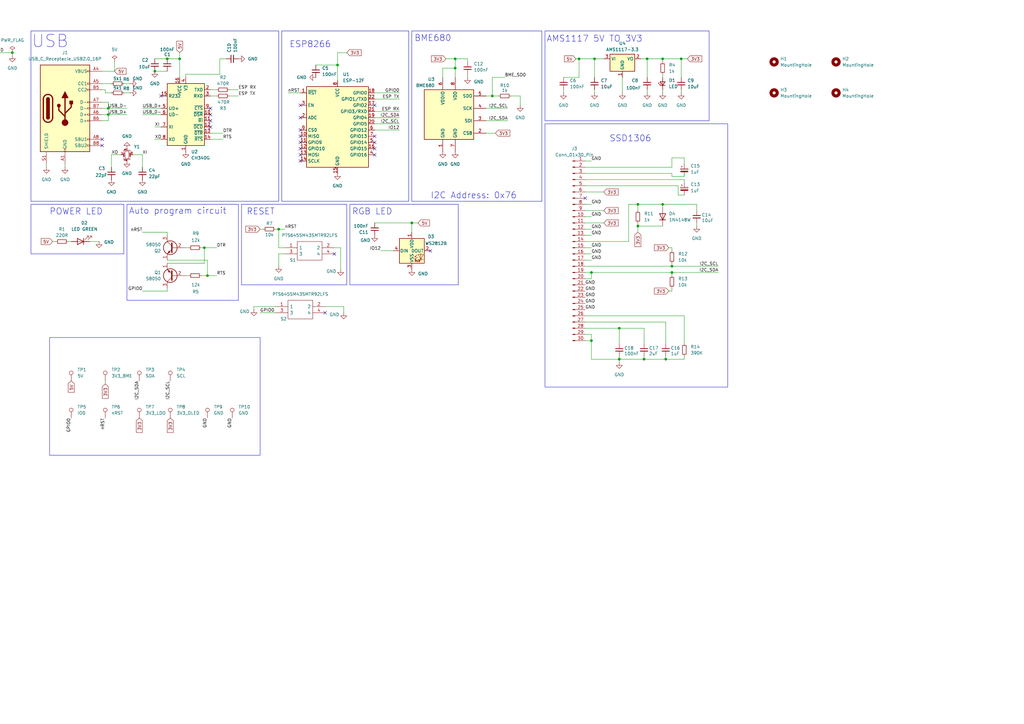
<source format=kicad_sch>
(kicad_sch (version 20231120) (generator "eeschema") (generator_version "8.0")
  (paper "A3")
  (junction (at 201.93 39.37))
  (junction (at 168.91 91.44))
  (junction (at 273.05 147.32))
  (junction (at 254 134.62))
  (junction (at 44.45 46.99))
  (junction (at 63.5 29.21))
  (junction (at 68.58 24.13))
  (junction (at 261.62 92.71))
  (junction (at 242.57 139.7))
  (junction (at 85.09 113.03))
  (junction (at 279.4 24.13))
  (junction (at 275.59 111.76))
  (junction (at 186.69 27.94))
  (junction (at 242.57 111.76))
  (junction (at 243.84 24.13))
  (junction (at 73.66 24.13))
  (junction (at 275.59 109.22))
  (junction (at 114.3 93.98))
  (junction (at 271.78 24.13))
  (junction (at 264.16 147.32))
  (junction (at 186.69 24.13))
  (junction (at 138.43 26.67))
  (junction (at 271.78 83.82))
  (junction (at 254 147.32))
  (junction (at 83.82 101.6))
  (junction (at 5.08 21.59))
  (junction (at 265.43 24.13))
  (junction (at 237.49 24.13))
  (junction (at 44.45 44.45))
  (junction (at 261.62 83.82))
  (no_connect (at 86.36 49.53))
  (no_connect (at 137.16 104.14))
  (no_connect (at 123.19 53.34))
  (no_connect (at 123.19 48.26))
  (no_connect (at 133.35 128.27))
  (no_connect (at 240.03 81.28))
  (no_connect (at 41.91 57.15))
  (no_connect (at 66.04 39.37))
  (no_connect (at 123.19 55.88))
  (no_connect (at 123.19 60.96))
  (no_connect (at 153.67 60.96))
  (no_connect (at 86.36 44.45))
  (no_connect (at 153.67 43.18))
  (no_connect (at 86.36 46.99))
  (no_connect (at 153.67 58.42))
  (no_connect (at 86.36 52.07))
  (no_connect (at 123.19 66.04))
  (no_connect (at 153.67 55.88))
  (no_connect (at 123.19 63.5))
  (no_connect (at 41.91 59.69))
  (no_connect (at 123.19 43.18))
  (no_connect (at 176.53 102.87))
  (no_connect (at 123.19 58.42))
  (no_connect (at 153.67 63.5))
  (wire (pts (xy 280.67 129.54) (xy 280.67 140.97)))
  (wire (pts (xy 265.43 24.13) (xy 271.78 24.13)))
  (wire (pts (xy 68.58 95.25) (xy 68.58 96.52)))
  (wire (pts (xy 156.21 102.87) (xy 161.29 102.87)))
  (wire (pts (xy 257.81 99.06) (xy 257.81 83.82)))
  (wire (pts (xy 58.42 68.58) (xy 58.42 63.5)))
  (wire (pts (xy 201.93 39.37) (xy 204.47 39.37)))
  (wire (pts (xy 275.59 111.76) (xy 294.64 111.76)))
  (wire (pts (xy 209.55 39.37) (xy 213.36 39.37)))
  (wire (pts (xy 73.66 21.59) (xy 73.66 24.13)))
  (wire (pts (xy 86.36 54.61) (xy 91.44 54.61)))
  (wire (pts (xy 237.49 24.13) (xy 243.84 24.13)))
  (wire (pts (xy 86.36 39.37) (xy 88.9 39.37)))
  (wire (pts (xy 153.67 91.44) (xy 168.91 91.44)))
  (wire (pts (xy 93.98 39.37) (xy 97.79 39.37)))
  (wire (pts (xy 153.67 45.72) (xy 163.83 45.72)))
  (wire (pts (xy 275.59 71.12) (xy 240.03 71.12)))
  (wire (pts (xy 68.58 24.13) (xy 73.66 24.13)))
  (wire (pts (xy 243.84 38.1) (xy 243.84 36.83)))
  (wire (pts (xy 262.89 24.13) (xy 265.43 24.13)))
  (wire (pts (xy 242.57 114.3) (xy 242.57 111.76)))
  (wire (pts (xy 113.03 93.98) (xy 114.3 93.98)))
  (wire (pts (xy 114.3 93.98) (xy 114.3 101.6)))
  (wire (pts (xy 199.39 54.61) (xy 203.2 54.61)))
  (wire (pts (xy 104.14 127) (xy 104.14 125.73)))
  (wire (pts (xy 236.22 24.13) (xy 237.49 24.13)))
  (wire (pts (xy 41.91 29.21) (xy 46.99 29.21)))
  (wire (pts (xy 240.03 111.76) (xy 242.57 111.76)))
  (wire (pts (xy 271.78 30.48) (xy 271.78 31.75)))
  (wire (pts (xy 27.94 99.06) (xy 29.21 99.06)))
  (wire (pts (xy 153.67 38.1) (xy 163.83 38.1)))
  (wire (pts (xy 68.58 118.11) (xy 68.58 119.38)))
  (wire (pts (xy 254 148.59) (xy 254 147.32)))
  (wire (pts (xy 43.18 38.1) (xy 45.72 38.1)))
  (wire (pts (xy 114.3 101.6) (xy 116.84 101.6)))
  (wire (pts (xy 240.03 132.08) (xy 273.05 132.08)))
  (wire (pts (xy 242.57 111.76) (xy 275.59 111.76)))
  (wire (pts (xy 285.75 86.36) (xy 285.75 83.82)))
  (wire (pts (xy 44.45 44.45) (xy 41.91 44.45)))
  (wire (pts (xy 265.43 36.83) (xy 265.43 38.1)))
  (wire (pts (xy 240.03 137.16) (xy 242.57 137.16)))
  (wire (pts (xy 63.5 24.13) (xy 68.58 24.13)))
  (wire (pts (xy 90.17 24.13) (xy 92.71 24.13)))
  (wire (pts (xy 21.59 99.06) (xy 22.86 99.06)))
  (wire (pts (xy 265.43 24.13) (xy 265.43 31.75)))
  (wire (pts (xy 140.97 125.73) (xy 133.35 125.73)))
  (wire (pts (xy 275.59 71.12) (xy 275.59 72.39)))
  (wire (pts (xy 186.69 24.13) (xy 186.69 27.94)))
  (wire (pts (xy 58.42 46.99) (xy 66.04 46.99)))
  (wire (pts (xy 46.99 25.4) (xy 46.99 29.21)))
  (wire (pts (xy 153.67 53.34) (xy 163.83 53.34)))
  (wire (pts (xy 261.62 91.44) (xy 261.62 92.71)))
  (wire (pts (xy 182.88 24.13) (xy 186.69 24.13)))
  (wire (pts (xy 139.7 110.49) (xy 139.7 101.6)))
  (wire (pts (xy 240.03 101.6) (xy 242.57 101.6)))
  (wire (pts (xy 213.36 43.18) (xy 213.36 39.37)))
  (wire (pts (xy 240.03 86.36) (xy 247.65 86.36)))
  (wire (pts (xy 240.03 129.54) (xy 280.67 129.54)))
  (wire (pts (xy 76.2 30.48) (xy 76.2 31.75)))
  (wire (pts (xy 261.62 92.71) (xy 271.78 92.71)))
  (wire (pts (xy 199.39 39.37) (xy 201.93 39.37)))
  (wire (pts (xy 82.55 101.6) (xy 83.82 101.6)))
  (wire (pts (xy 44.45 41.91) (xy 41.91 41.91)))
  (wire (pts (xy 280.67 64.77) (xy 280.67 67.31)))
  (wire (pts (xy 208.28 49.53) (xy 199.39 49.53)))
  (wire (pts (xy 63.5 57.15) (xy 66.04 57.15)))
  (wire (pts (xy 240.03 104.14) (xy 242.57 104.14)))
  (wire (pts (xy 264.16 134.62) (xy 264.16 140.97)))
  (wire (pts (xy 240.03 93.98) (xy 242.57 93.98)))
  (wire (pts (xy 181.61 31.75) (xy 181.61 27.94)))
  (wire (pts (xy 63.5 29.21) (xy 68.58 29.21)))
  (wire (pts (xy 142.24 21.59) (xy 138.43 21.59)))
  (wire (pts (xy 45.72 63.5) (xy 49.53 63.5)))
  (wire (pts (xy 279.4 24.13) (xy 281.94 24.13)))
  (wire (pts (xy 138.43 26.67) (xy 138.43 33.02)))
  (wire (pts (xy 63.5 52.07) (xy 66.04 52.07)))
  (wire (pts (xy 73.66 24.13) (xy 73.66 31.75)))
  (wire (pts (xy 271.78 24.13) (xy 271.78 25.4)))
  (wire (pts (xy 264.16 146.05) (xy 264.16 147.32)))
  (wire (pts (xy -2.54 21.59) (xy 5.08 21.59)))
  (wire (pts (xy 58.42 119.38) (xy 68.58 119.38)))
  (wire (pts (xy 240.03 68.58) (xy 275.59 68.58)))
  (wire (pts (xy 139.7 101.6) (xy 137.16 101.6)))
  (wire (pts (xy 254 147.32) (xy 254 146.05)))
  (wire (pts (xy 254 147.32) (xy 264.16 147.32)))
  (wire (pts (xy 44.45 49.53) (xy 41.91 49.53)))
  (wire (pts (xy 243.84 24.13) (xy 243.84 31.75)))
  (wire (pts (xy 44.45 46.99) (xy 41.91 46.99)))
  (wire (pts (xy 231.14 38.1) (xy 231.14 36.83)))
  (wire (pts (xy 114.3 93.98) (xy 116.84 93.98)))
  (wire (pts (xy 114.3 104.14) (xy 116.84 104.14)))
  (wire (pts (xy 83.82 101.6) (xy 83.82 107.95)))
  (wire (pts (xy 261.62 83.82) (xy 271.78 83.82)))
  (wire (pts (xy 275.59 101.6) (xy 275.59 102.87)))
  (wire (pts (xy 43.18 36.83) (xy 41.91 36.83)))
  (wire (pts (xy 247.65 78.74) (xy 240.03 78.74)))
  (wire (pts (xy 271.78 36.83) (xy 271.78 38.1)))
  (wire (pts (xy 44.45 44.45) (xy 52.07 44.45)))
  (wire (pts (xy 280.67 80.01) (xy 278.13 80.01)))
  (wire (pts (xy 278.13 76.2) (xy 240.03 76.2)))
  (wire (pts (xy 86.36 57.15) (xy 91.44 57.15)))
  (wire (pts (xy 208.28 44.45) (xy 199.39 44.45)))
  (wire (pts (xy 261.62 92.71) (xy 261.62 95.25)))
  (wire (pts (xy 275.59 107.95) (xy 275.59 109.22)))
  (wire (pts (xy 186.69 27.94) (xy 186.69 31.75)))
  (wire (pts (xy 129.54 26.67) (xy 138.43 26.67)))
  (wire (pts (xy 254 134.62) (xy 264.16 134.62)))
  (wire (pts (xy 68.58 106.68) (xy 85.09 106.68)))
  (wire (pts (xy 41.91 34.29) (xy 45.72 34.29)))
  (wire (pts (xy 140.97 128.27) (xy 140.97 125.73)))
  (wire (pts (xy 274.32 101.6) (xy 275.59 101.6)))
  (wire (pts (xy 242.57 139.7) (xy 242.57 147.32)))
  (wire (pts (xy 271.78 24.13) (xy 279.4 24.13)))
  (wire (pts (xy 106.68 128.27) (xy 113.03 128.27)))
  (wire (pts (xy 275.59 113.03) (xy 275.59 111.76)))
  (wire (pts (xy 285.75 92.71) (xy 285.75 91.44)))
  (wire (pts (xy 44.45 46.99) (xy 44.45 49.53)))
  (wire (pts (xy 107.95 93.98) (xy 106.68 93.98)))
  (wire (pts (xy 68.58 107.95) (xy 83.82 107.95)))
  (wire (pts (xy 76.2 30.48) (xy 90.17 30.48)))
  (wire (pts (xy 50.8 34.29) (xy 53.34 34.29)))
  (wire (pts (xy 275.59 119.38) (xy 275.59 118.11)))
  (wire (pts (xy 273.05 146.05) (xy 273.05 147.32)))
  (wire (pts (xy 231.14 31.75) (xy 237.49 31.75)))
  (wire (pts (xy 43.18 157.48) (xy 43.18 156.21)))
  (wire (pts (xy 240.03 109.22) (xy 275.59 109.22)))
  (wire (pts (xy 237.49 31.75) (xy 237.49 24.13)))
  (wire (pts (xy 285.75 83.82) (xy 271.78 83.82)))
  (wire (pts (xy 168.91 91.44) (xy 171.45 91.44)))
  (wire (pts (xy 273.05 147.32) (xy 264.16 147.32)))
  (wire (pts (xy 36.83 99.06) (xy 40.64 99.06)))
  (wire (pts (xy 114.3 104.14) (xy 114.3 109.22)))
  (wire (pts (xy 240.03 96.52) (xy 242.57 96.52)))
  (wire (pts (xy 240.03 73.66) (xy 280.67 73.66)))
  (wire (pts (xy 85.09 106.68) (xy 85.09 113.03)))
  (wire (pts (xy 273.05 132.08) (xy 273.05 140.97)))
  (wire (pts (xy 43.18 38.1) (xy 43.18 36.83)))
  (wire (pts (xy 58.42 44.45) (xy 66.04 44.45)))
  (wire (pts (xy 44.45 46.99) (xy 52.07 46.99)))
  (wire (pts (xy 26.67 67.31) (xy 26.67 68.58)))
  (wire (pts (xy 240.03 114.3) (xy 242.57 114.3)))
  (wire (pts (xy 207.01 31.75) (xy 201.93 31.75)))
  (wire (pts (xy 255.27 38.1) (xy 255.27 31.75)))
  (wire (pts (xy 191.77 24.13) (xy 186.69 24.13)))
  (wire (pts (xy 153.67 50.8) (xy 163.83 50.8)))
  (wire (pts (xy 240.03 91.44) (xy 247.65 91.44)))
  (wire (pts (xy 257.81 83.82) (xy 261.62 83.82)))
  (wire (pts (xy 83.82 101.6) (xy 88.9 101.6)))
  (wire (pts (xy 280.67 73.66) (xy 280.67 74.93)))
  (wire (pts (xy 54.61 63.5) (xy 58.42 63.5)))
  (wire (pts (xy 240.03 88.9) (xy 242.57 88.9)))
  (wire (pts (xy 280.67 146.05) (xy 280.67 147.32)))
  (wire (pts (xy 275.59 68.58) (xy 275.59 64.77)))
  (wire (pts (xy 240.03 134.62) (xy 254 134.62)))
  (wire (pts (xy 201.93 31.75) (xy 201.93 39.37)))
  (wire (pts (xy 191.77 31.75) (xy 191.77 30.48)))
  (wire (pts (xy 191.77 24.13) (xy 191.77 25.4)))
  (wire (pts (xy 58.42 95.25) (xy 68.58 95.25)))
  (wire (pts (xy 76.2 113.03) (xy 77.47 113.03)))
  (wire (pts (xy 153.67 48.26) (xy 163.83 48.26)))
  (wire (pts (xy 280.67 147.32) (xy 273.05 147.32)))
  (wire (pts (xy 93.98 36.83) (xy 97.79 36.83)))
  (wire (pts (xy 85.09 113.03) (xy 88.9 113.03)))
  (wire (pts (xy 168.91 91.44) (xy 168.91 95.25)))
  (wire (pts (xy 261.62 83.82) (xy 261.62 86.36)))
  (wire (pts (xy 275.59 109.22) (xy 294.64 109.22)))
  (wire (pts (xy 271.78 85.09) (xy 271.78 83.82)))
  (wire (pts (xy 254 134.62) (xy 254 140.97)))
  (wire (pts (xy 242.57 137.16) (xy 242.57 139.7)))
  (wire (pts (xy 76.2 101.6) (xy 77.47 101.6)))
  (wire (pts (xy 19.05 67.31) (xy 19.05 68.58)))
  (wire (pts (xy 104.14 125.73) (xy 113.03 125.73)))
  (wire (pts (xy 240.03 139.7) (xy 242.57 139.7)))
  (wire (pts (xy 243.84 24.13) (xy 247.65 24.13)))
  (wire (pts (xy 82.55 113.03) (xy 85.09 113.03)))
  (wire (pts (xy 240.03 66.04) (xy 242.57 66.04)))
  (wire (pts (xy 5.08 22.86) (xy 5.08 21.59)))
  (wire (pts (xy 50.8 38.1) (xy 53.34 38.1)))
  (wire (pts (xy 278.13 80.01) (xy 278.13 76.2)))
  (wire (pts (xy 45.72 68.58) (xy 45.72 63.5)))
  (wire (pts (xy 153.67 40.64) (xy 163.83 40.64)))
  (wire (pts (xy 138.43 21.59) (xy 138.43 26.67)))
  (wire (pts (xy 90.17 30.48) (xy 90.17 24.13)))
  (wire (pts (xy 240.03 106.68) (xy 242.57 106.68)))
  (wire (pts (xy 181.61 27.94) (xy 186.69 27.94)))
  (wire (pts (xy 242.57 147.32) (xy 254 147.32)))
  (wire (pts (xy 44.45 41.91) (xy 44.45 44.45)))
  (wire (pts (xy 279.4 36.83) (xy 279.4 38.1)))
  (wire (pts (xy 275.59 72.39) (xy 280.67 72.39)))
  (wire (pts (xy 242.57 83.82) (xy 240.03 83.82)))
  (wire (pts (xy 118.11 38.1) (xy 123.19 38.1)))
  (wire (pts (xy 240.03 99.06) (xy 257.81 99.06)))
  (wire (pts (xy 86.36 36.83) (xy 88.9 36.83)))
  (wire (pts (xy 274.32 119.38) (xy 275.59 119.38)))
  (wire (pts (xy 279.4 31.75) (xy 279.4 24.13)))
  (wire (pts (xy 275.59 64.77) (xy 280.67 64.77)))
  (rectangle (start 20.32 138.43) (end 106.68 186.69))
  (rectangle (start 143.51 83.82) (end 187.96 116.84))
  (rectangle (start 223.52 12.7) (end 290.83 49.53))
  (rectangle (start 115.57 12.7) (end 167.64 82.55))
  (rectangle (start 99.06 83.82) (end 142.24 116.84))
  (rectangle (start 168.91 12.7) (end 222.25 82.55))
  (rectangle (start 52.07 83.82) (end 97.79 123.19))
  (rectangle (start 12.7 83.82) (end 50.8 104.14))
  (rectangle (start 12.7 12.7) (end 114.3 82.55))
  (rectangle (start 223.52 50.8) (end 298.45 158.75))
  (text "I2C Address: 0x76" (at 194.31 80.264 0) (effects (font (size 2.54 2.54))))
  (text "SSD1306" (at 258.572 56.896 0) (effects (font (size 2.54 2.54))))
  (text "BME680" (at 177.546 15.748 0) (effects (font (size 2.54 2.54))))
  (text "RGB LED" (at 152.654 86.868 0) (effects (font (size 2.54 2.54))))
  (text "RESET\n" (at 106.934 86.868 0) (effects (font (size 2.54 2.54))))
  (text "ESP8266" (at 127.254 18.288 0) (effects (font (size 2.54 2.54))))
  (text "Auto program circuit" (at 72.898 86.614 0) (effects (font (size 2.54 2.54))))
  (text "USB" (at 20.574 17.018 0) (effects (font (size 5.08 5.08))))
  (text "AMS1117 5V TO 3V3" (at 243.84 16.002 0) (effects (font (size 2.54 2.54))))
  (text "POWER LED" (at 31.242 86.868 0) (effects (font (size 2.54 2.54))))
  (label "GPIO0" (at 58.42 119.38 180))
  (label "nRST" (at 118.11 38.1 0))
  (label "GND" (at 242.57 106.68 0))
  (label "GPIO0" (at 163.83 38.1 180))
  (label "USB_D-" (at 58.42 46.99 0))
  (label "IO12" (at 163.83 53.34 180))
  (label "ESP TX" (at 97.79 39.37 0))
  (label "GND" (at 240.03 121.92 0))
  (label "GPIO0" (at 106.68 128.27 0))
  (label "nRST" (at 58.42 95.25 180))
  (label "GND" (at 240.03 124.46 0))
  (label "nRST" (at 116.84 93.98 0))
  (label "GPIO0" (at 29.21 171.45 270))
  (label "nRST" (at 43.18 171.45 270))
  (label "GND" (at 242.57 66.04 0))
  (label "GND" (at 242.57 96.52 0))
  (label "ESP TX" (at 163.83 40.64 180))
  (label "I2C_SCL" (at 294.64 109.22 180))
  (label "USB_D+" (at 52.07 46.99 180))
  (label "XI" (at 63.5 52.07 0))
  (label "I2C_SDA" (at 163.83 48.26 180))
  (label "GND" (at 242.57 101.6 0))
  (label "GND" (at 240.03 127 0))
  (label "GND" (at 240.03 119.38 0))
  (label "I2C_SDA" (at 294.64 111.76 180))
  (label "DTR" (at 91.44 54.61 0))
  (label "RTS" (at 88.9 113.03 0))
  (label "ESP RX" (at 97.79 36.83 0))
  (label "I2C_SCL" (at 163.83 50.8 180))
  (label "XO" (at 45.72 63.5 0))
  (label "XO" (at 63.5 57.15 0))
  (label "GND" (at 242.57 93.98 0))
  (label "I2C_SCL" (at 69.85 156.21 270))
  (label "GND" (at 240.03 116.84 0))
  (label "IO12" (at 156.21 102.87 180))
  (label "GND" (at 242.57 104.14 0))
  (label "USB_D-" (at 52.07 44.45 180))
  (label "GND" (at 85.09 171.45 270))
  (label "I2C_SDA" (at 57.15 156.21 270))
  (label "BME_SD0" (at 207.01 31.75 0))
  (label "GND" (at 242.57 83.82 0))
  (label "RTS" (at 91.44 57.15 0))
  (label "I2C_SCL" (at 208.28 44.45 180))
  (label "DTR" (at 88.9 101.6 0))
  (label "I2C_SDA" (at 208.28 49.53 180))
  (label "GND" (at 95.25 171.45 270))
  (label "GND" (at 242.57 88.9 0))
  (label "ESP RX" (at 163.83 45.72 180))
  (label "USB_D+" (at 58.42 44.45 0))
  (label "XI" (at 58.42 63.5 0))
  (label "GND" (at -2.54 21.59 0))
  (global_label "3V3" (shape input) (at 203.2 54.61 0) (property "Intersheetrefs" "${INTERSHEET_REFS}" (effects (hide yes))))
  (global_label "5V" (shape input) (at 29.21 156.21 270) (property "Intersheetrefs" "${INTERSHEET_REFS}" (effects (hide yes))))
  (global_label "3V3" (shape input) (at 106.68 93.98 180) (property "Intersheetrefs" "${INTERSHEET_REFS}" (effects (hide yes))))
  (global_label "3V3" (shape input) (at 69.85 171.45 270) (property "Intersheetrefs" "${INTERSHEET_REFS}" (effects (hide yes))))
  (global_label "3V3" (shape input) (at 247.65 86.36 0) (property "Intersheetrefs" "${INTERSHEET_REFS}" (effects (hide yes))))
  (global_label "3V3" (shape input) (at 281.94 24.13 0) (property "Intersheetrefs" "${INTERSHEET_REFS}" (effects (hide yes))))
  (global_label "5V" (shape input) (at 171.45 91.44 0) (property "Intersheetrefs" "${INTERSHEET_REFS}" (effects (hide yes))))
  (global_label "3V3" (shape input) (at 142.24 21.59 0) (property "Intersheetrefs" "${INTERSHEET_REFS}" (effects (hide yes))))
  (global_label "3V3" (shape input) (at 247.65 78.74 0) (property "Intersheetrefs" "${INTERSHEET_REFS}" (effects (hide yes))))
  (global_label "3V3" (shape input) (at 182.88 24.13 180) (property "Intersheetrefs" "${INTERSHEET_REFS}" (effects (hide yes))))
  (global_label "3V3" (shape input) (at 261.62 95.25 270) (property "Intersheetrefs" "${INTERSHEET_REFS}" (effects (hide yes))))
  (global_label "3V3" (shape input) (at 274.32 101.6 180) (property "Intersheetrefs" "${INTERSHEET_REFS}" (effects (hide yes))))
  (global_label "5V" (shape input) (at 73.66 21.59 90) (property "Intersheetrefs" "${INTERSHEET_REFS}" (effects (hide yes))))
  (global_label "3V3" (shape input) (at 43.18 157.48 270) (property "Intersheetrefs" "${INTERSHEET_REFS}" (effects (hide yes))))
  (global_label "3V3" (shape input) (at 247.65 91.44 0) (property "Intersheetrefs" "${INTERSHEET_REFS}" (effects (hide yes))))
  (global_label "3V3" (shape input) (at 274.32 119.38 180) (property "Intersheetrefs" "${INTERSHEET_REFS}" (effects (hide yes))))
  (global_label "5V" (shape input) (at 21.59 99.06 180) (property "Intersheetrefs" "${INTERSHEET_REFS}" (effects (hide yes))))
  (global_label "3V3" (shape input) (at 57.15 171.45 270) (property "Intersheetrefs" "${INTERSHEET_REFS}" (effects (hide yes))))
  (global_label "5V" (shape input) (at 46.99 29.21 0) (property "Intersheetrefs" "${INTERSHEET_REFS}" (effects (hide yes))))
  (global_label "5V" (shape input) (at 236.22 24.13 180) (property "Intersheetrefs" "${INTERSHEET_REFS}" (effects (hide yes))))
  (symbol (lib_id "Device:R_Small") (at 48.26 38.1 90) (unit 1)
    (property "Reference" "R8" (at 51.816 36.322 90))
    (property "Value" "5k1" (at 48.26 36.068 90))
    (property "Footprint" "Resistor_SMD:R_0805_2012Metric" (effects (hide yes)))
    (property "Description" "Resistor, small symbol" (effects (hide yes)))
  )
  (symbol (lib_id "power:GND") (at 168.91 110.49 0) (unit 1)
    (property "Reference" "#PWR024" (effects (hide yes)))
    (property "Value" "GND" (at 173.482 112.268 0))
    (property "Description" "Power symbol creates a global label with name \"GND\" , ground" (effects (hide yes)))
  )
  (symbol (lib_id "power:GND") (at 104.14 127 0) (unit 1)
    (property "Reference" "#PWR029" (effects (hide yes)))
    (property "Value" "GND" (at 100.33 127.762 0))
    (property "Description" "Power symbol creates a global label with name \"GND\" , ground" (effects (hide yes)))
  )
  (symbol (lib_id "power:GND") (at 52.07 66.04 0) (unit 1)
    (property "Reference" "#PWR07" (effects (hide yes)))
    (property "Value" "GND" (at 52.07 71.12 0))
    (property "Description" "Power symbol creates a global label with name \"GND\" , ground" (effects (hide yes)))
  )
  (symbol (lib_id "Device:R_Small") (at 48.26 34.29 90) (unit 1)
    (property "Reference" "R6" (at 51.816 32.512 90))
    (property "Value" "5k1" (at 48.26 32.258 90))
    (property "Footprint" "Resistor_SMD:R_0805_2012Metric" (effects (hide yes)))
    (property "Description" "Resistor, small symbol" (effects (hide yes)))
  )
  (symbol (lib_id "Diode:1N4148W") (at 271.78 88.9 90) (unit 1)
    (property "Reference" "D4" (at 274.32 87.6299 90) (effects (justify right)))
    (property "Value" "1N4148W" (at 274.32 90.1699 90) (effects (justify right)))
    (property "Footprint" "Diode_SMD:D_SOD-123" (effects (hide yes)))
    (property "Datasheet" "https://www.vishay.com/docs/85748/1n4148w.pdf" (effects (hide yes)))
    (property "Description" "75V 0.15A Fast Switching Diode, SOD-123" (effects (hide yes)))
    (property "Sim.Device" "D" (effects (hide yes)))
    (property "Sim.Pins" "1=K 2=A" (effects (hide yes)))
  )
  (symbol (lib_id "power:GND") (at 213.36 43.18 0) (unit 1)
    (property "Reference" "#PWR028" (effects (hide yes)))
    (property "Value" "GND" (at 213.36 48.26 0))
    (property "Description" "Power symbol creates a global label with name \"GND\" , ground" (effects (hide yes)))
  )
  (symbol (lib_id "Connector:TestPoint") (at 85.09 171.45 0) (unit 1)
    (property "Reference" "TP9" (at 87.63 166.8779 0) (effects (justify left)))
    (property "Value" "GND" (at 87.63 169.4179 0) (effects (justify left)))
    (property "Footprint" "TestPoint:TestPoint_Pad_D1.0mm" (effects (hide yes)))
    (property "Description" "test point" (effects (hide yes)))
  )
  (symbol (lib_id "power:GND") (at 285.75 92.71 0) (unit 1)
    (property "Reference" "#PWR032" (effects (hide yes)))
    (property "Value" "GND" (at 285.75 97.79 0))
    (property "Description" "Power symbol creates a global label with name \"GND\" , ground" (effects (hide yes)))
  )
  (symbol (lib_id "power:GND") (at 271.78 38.1 0) (unit 1)
    (property "Reference" "#PWR017" (effects (hide yes)))
    (property "Value" "GND" (at 271.78 43.18 0))
    (property "Description" "Power symbol creates a global label with name \"GND\" , ground" (effects (hide yes)))
  )
  (symbol (lib_id "Mechanical:MountingHole") (at 342.9 25.4 0) (unit 1) (exclude_from_sim yes) (in_bom no)
    (property "Reference" "H2" (at 345.44 24.1299 0) (effects (justify left)))
    (property "Value" "MountingHole" (at 345.44 26.6699 0) (effects (justify left)))
    (property "Footprint" "MountingHole:MountingHole_2.2mm_M2" (effects (hide yes)))
    (property "Description" "Mounting Hole without connection" (effects (hide yes)))
  )
  (symbol (lib_id "Connector:TestPoint") (at 69.85 156.21 0) (unit 1)
    (property "Reference" "TP4" (at 72.39 151.6379 0) (effects (justify left)))
    (property "Value" "SCL" (at 72.39 154.1779 0) (effects (justify left)))
    (property "Footprint" "TestPoint:TestPoint_Pad_D1.0mm" (effects (hide yes)))
    (property "Description" "test point" (effects (hide yes)))
  )
  (symbol (lib_id "Device:C_Small") (at 231.14 34.29 0) (unit 1)
    (property "Reference" "C6" (at 233.68 33.0262 0) (effects (justify left)))
    (property "Value" "100nF" (at 233.68 35.5662 0) (effects (justify left)))
    (property "Footprint" "Capacitor_SMD:C_0805_2012Metric" (effects (hide yes)))
    (property "Description" "Unpolarized capacitor, small symbol" (effects (hide yes)))
  )
  (symbol (lib_id "Device:R_Small") (at 275.59 105.41 0) (unit 1)
    (property "Reference" "R12" (at 278.13 104.1399 0) (effects (justify left)))
    (property "Value" "10k" (at 278.13 106.6799 0) (effects (justify left)))
    (property "Footprint" "Resistor_SMD:R_0805_2012Metric" (effects (hide yes)))
    (property "Description" "Resistor, small symbol" (effects (hide yes)))
  )
  (symbol (lib_id "power:GND") (at 231.14 38.1 0) (unit 1)
    (property "Reference" "#PWR014" (effects (hide yes)))
    (property "Value" "GND" (at 231.14 43.18 0))
    (property "Description" "Power symbol creates a global label with name \"GND\" , ground" (effects (hide yes)))
  )
  (symbol (lib_id "PTS645SM43SMTR92LFS:PTS645SM43SMTR92LFS") (at 116.84 101.6 0) (unit 1)
    (property "Reference" "S1" (at 120.142 106.68 0))
    (property "Value" "PTS645SM43SMTR92LFS" (at 127 96.52 0))
    (property "Footprint" "PTS645SM43SMTR92LFS:PTS645_SMT_" (effects (hide yes)))
    (property "Datasheet" "https://www.ckswitches.com/media/1471/pts645.pdf" (effects (hide yes)))
    (property "Description" "C & K COMPONENTS - PTS645SM43SMTR92LFS - SWITCH, SPST, 0.05A, 12VDC, SMD, 4.3MM" (effects (hide yes)))
    (property "Description_1" "C & K COMPONENTS - PTS645SM43SMTR92LFS - SWITCH, SPST, 0.05A, 12VDC, SMD, 4.3MM" (effects (hide yes)))
    (property "Manufacturer_Name" "C & K COMPONENTS" (effects (hide yes)))
    (property "Manufacturer_Part_Number" "PTS645SM43SMTR92LFS" (effects (hide yes)))
    (property "Mouser Part Number" "611-PTS645SM43SMTR92" (effects (hide yes)))
    (property "Mouser Price/Stock" "https://www.mouser.co.uk/ProductDetail/CK/PTS645SM43SMTR92LFS?qs=FESYatJ8odKPktxv6ncfWg%3D%3D" (effects (hide yes)))
    (property "Arrow Part Number" "PTS645SM43SMTR92LFS" (effects (hide yes)))
    (property "Arrow Price/Stock" "https://www.arrow.com/en/products/pts645sm43smtr92lfs/ck" (effects (hide yes)))
  )
  (symbol (lib_id "power:GND") (at 19.05 68.58 0) (unit 1)
    (property "Reference" "#PWR03" (effects (hide yes)))
    (property "Value" "GND" (at 19.05 73.66 0))
    (property "Description" "Power symbol creates a global label with name \"GND\" , ground" (effects (hide yes)))
  )
  (symbol (lib_id "power:GND") (at 114.3 109.22 0) (unit 1)
    (property "Reference" "#PWR021" (effects (hide yes)))
    (property "Value" "GND" (at 114.3 114.3 0))
    (property "Description" "Power symbol creates a global label with name \"GND\" , ground" (effects (hide yes)))
  )
  (symbol (lib_id "power:GND") (at 76.2 62.23 0) (unit 1)
    (property "Reference" "#PWR06" (effects (hide yes)))
    (property "Value" "GND" (at 76.2 67.31 0))
    (property "Description" "Power symbol creates a global label with name \"GND\" , ground" (effects (hide yes)))
  )
  (symbol (lib_id "Mechanical:MountingHole") (at 317.5 25.4 0) (unit 1) (exclude_from_sim yes) (in_bom no)
    (property "Reference" "H1" (at 320.04 24.1299 0) (effects (justify left)))
    (property "Value" "MountingHole" (at 320.04 26.6699 0) (effects (justify left)))
    (property "Footprint" "MountingHole:MountingHole_2.2mm_M2" (effects (hide yes)))
    (property "Description" "Mounting Hole without connection" (effects (hide yes)))
  )
  (symbol (lib_id "PTS645SM43SMTR92LFS:PTS645SM43SMTR92LFS") (at 113.03 125.73 0) (unit 1)
    (property "Reference" "S2" (at 116.332 130.81 0))
    (property "Value" "PTS645SM43SMTR92LFS" (at 123.19 120.65 0))
    (property "Footprint" "PTS645SM43SMTR92LFS:PTS645_SMT_" (effects (hide yes)))
    (property "Datasheet" "https://www.ckswitches.com/media/1471/pts645.pdf" (effects (hide yes)))
    (property "Description" "C & K COMPONENTS - PTS645SM43SMTR92LFS - SWITCH, SPST, 0.05A, 12VDC, SMD, 4.3MM" (effects (hide yes)))
    (property "Description_1" "C & K COMPONENTS - PTS645SM43SMTR92LFS - SWITCH, SPST, 0.05A, 12VDC, SMD, 4.3MM" (effects (hide yes)))
    (property "Manufacturer_Name" "C & K COMPONENTS" (effects (hide yes)))
    (property "Manufacturer_Part_Number" "PTS645SM43SMTR92LFS" (effects (hide yes)))
    (property "Mouser Part Number" "611-PTS645SM43SMTR92" (effects (hide yes)))
    (property "Mouser Price/Stock" "https://www.mouser.co.uk/ProductDetail/CK/PTS645SM43SMTR92LFS?qs=FESYatJ8odKPktxv6ncfWg%3D%3D" (effects (hide yes)))
    (property "Arrow Part Number" "PTS645SM43SMTR92LFS" (effects (hide yes)))
    (property "Arrow Price/Stock" "https://www.arrow.com/en/products/pts645sm43smtr92lfs/ck" (effects (hide yes)))
  )
  (symbol (lib_id "power:GND") (at 243.84 38.1 0) (unit 1)
    (property "Reference" "#PWR015" (effects (hide yes)))
    (property "Value" "GND" (at 243.84 43.18 0))
    (property "Description" "Power symbol creates a global label with name \"GND\" , ground" (effects (hide yes)))
  )
  (symbol (lib_id "LED:WS2812B") (at 168.91 102.87 0) (unit 1)
    (property "Reference" "D3" (at 176.784 97.028 0))
    (property "Value" "WS2812B" (at 178.816 99.822 0))
    (property "Footprint" "LED_SMD:LED_WS2812B_PLCC4_5.0x5.0mm_P3.2mm" (effects (hide yes)))
    (property "Datasheet" "https://cdn-shop.adafruit.com/datasheets/WS2812B.pdf" (effects (hide yes)))
    (property "Description" "RGB LED with integrated controller" (effects (hide yes)))
  )
  (symbol (lib_id "power:GND") (at 153.67 96.52 0) (unit 1)
    (property "Reference" "#PWR023" (effects (hide yes)))
    (property "Value" "GND" (at 149.86 98.552 0))
    (property "Description" "Power symbol creates a global label with name \"GND\" , ground" (effects (hide yes)))
  )
  (symbol (lib_id "power:PWR_FLAG") (at 5.08 21.59 0) (unit 1)
    (property "Reference" "#FLG01" (effects (hide yes)))
    (property "Value" "PWR_FLAG" (at 5.08 16.51 0))
    (property "Description" "Special symbol for telling ERC where power comes from" (effects (hide yes)))
  )
  (symbol (lib_id "Connector:TestPoint") (at 43.18 171.45 0) (unit 1)
    (property "Reference" "TP6" (at 45.72 166.8779 0) (effects (justify left)))
    (property "Value" "nRST" (at 45.72 169.4179 0) (effects (justify left)))
    (property "Footprint" "TestPoint:TestPoint_Pad_D1.0mm" (effects (hide yes)))
    (property "Description" "test point" (effects (hide yes)))
  )
  (symbol (lib_id "Device:C_Small") (at 264.16 143.51 0) (unit 1)
    (property "Reference" "C17" (at 266.192 142.748 0) (effects (justify left)))
    (property "Value" "2uF" (at 266.192 145.034 0) (effects (justify left)))
    (property "Footprint" "Capacitor_SMD:C_0805_2012Metric" (effects (hide yes)))
    (property "Description" "Unpolarized capacitor, small symbol" (effects (hide yes)))
  )
  (symbol (lib_id "power:PWR_FLAG") (at 46.99 25.4 0) (unit 1)
    (property "Reference" "#FLG02" (effects (hide yes)))
    (property "Value" "5V" (at 46.99 20.32 0))
    (property "Description" "Special symbol for telling ERC where power comes from" (effects (hide yes)))
  )
  (symbol (lib_id "Connector:Conn_01x30_Pin") (at 234.95 101.6 0) (unit 1)
    (property "Reference" "J3" (at 235.585 60.96 0))
    (property "Value" "Conn_01x30_Pin" (at 235.585 63.5 0))
    (property "Footprint" "SSD1306:SSD1306_ribbon" (effects (hide yes)))
    (property "Description" "Generic connector, single row, 01x30, script generated" (effects (hide yes)))
  )
  (symbol (lib_id "Device:C_Polarized_Small") (at 280.67 77.47 0) (unit 1)
    (property "Reference" "C13" (at 283.21 75.6538 0) (effects (justify left)))
    (property "Value" "1uF" (at 283.21 78.1938 0) (effects (justify left)))
    (property "Footprint" "Capacitor_SMD:C_0805_2012Metric" (effects (hide yes)))
    (property "Description" "Polarized capacitor, small symbol" (effects (hide yes)))
  )
  (symbol (lib_id "Device:R_Small") (at 25.4 99.06 90) (unit 1)
    (property "Reference" "R1" (at 25.4 93.98 90))
    (property "Value" "220R" (at 25.4 96.52 90))
    (property "Footprint" "Resistor_SMD:R_0805_2012Metric" (effects (hide yes)))
    (property "Description" "Resistor, small symbol" (effects (hide yes)))
  )
  (symbol (lib_id "power:GND") (at 255.27 38.1 0) (unit 1)
    (property "Reference" "#PWR013" (effects (hide yes)))
    (property "Value" "GND" (at 255.27 43.18 0))
    (property "Description" "Power symbol creates a global label with name \"GND\" , ground" (effects (hide yes)))
  )
  (symbol (lib_id "power:GND") (at 279.4 38.1 0) (unit 1)
    (property "Reference" "#PWR018" (effects (hide yes)))
    (property "Value" "GND" (at 279.4 43.18 0))
    (property "Description" "Power symbol creates a global label with name \"GND\" , ground" (effects (hide yes)))
  )
  (symbol (lib_id "Device:C_Small") (at 68.58 26.67 0) (unit 1)
    (property "Reference" "C1" (at 67.31 22.352 0) (effects (justify left)))
    (property "Value" "100nF" (at 65.532 20.32 0) (effects (justify left)))
    (property "Footprint" "Capacitor_SMD:C_0805_2012Metric" (effects (hide yes)))
    (property "Description" "Unpolarized capacitor, small symbol" (effects (hide yes)))
  )
  (symbol (lib_id "power:GND") (at 186.69 62.23 0) (unit 1)
    (property "Reference" "#PWR026" (effects (hide yes)))
    (property "Value" "GND" (at 186.69 67.31 0))
    (property "Description" "Power symbol creates a global label with name \"GND\" , ground" (effects (hide yes)))
  )
  (symbol (lib_id "RF_Module:ESP-12F") (at 138.43 53.34 0) (unit 1)
    (property "Reference" "U1" (at 140.6241 30.48 0) (effects (justify left)))
    (property "Value" "ESP-12F" (at 140.6241 33.02 0) (effects (justify left)))
    (property "Footprint" "RF_Module:ESP-12E" (effects (hide yes)))
    (property "Datasheet" "http://wiki.ai-thinker.com/_media/esp8266/esp8266_series_modules_user_manual_v1.1.pdf" (effects (hide yes)))
    (property "Description" "802.11 b/g/n Wi-Fi Module" (effects (hide yes)))
  )
  (symbol (lib_id "Device:C_Small") (at 45.72 71.12 0) (unit 1)
    (property "Reference" "C3" (at 40.386 69.088 0) (effects (justify left)))
    (property "Value" "22pF" (at 39.116 71.882 0) (effects (justify left)))
    (property "Footprint" "Capacitor_SMD:C_0805_2012Metric" (effects (hide yes)))
    (property "Description" "Unpolarized capacitor, small symbol" (effects (hide yes)))
  )
  (symbol (lib_id "Device:R_Small") (at 275.59 115.57 0) (unit 1)
    (property "Reference" "R13" (at 278.13 114.2999 0) (effects (justify left)))
    (property "Value" "10k" (at 278.13 116.8399 0) (effects (justify left)))
    (property "Footprint" "Resistor_SMD:R_0805_2012Metric" (effects (hide yes)))
    (property "Description" "Resistor, small symbol" (effects (hide yes)))
  )
  (symbol (lib_id "Device:R_Small") (at 91.44 39.37 90) (unit 1)
    (property "Reference" "R3" (at 91.44 44.45 90))
    (property "Value" "470R" (at 91.694 41.91 90))
    (property "Footprint" "Resistor_SMD:R_0805_2012Metric" (effects (hide yes)))
    (property "Description" "Resistor, small symbol" (effects (hide yes)))
  )
  (symbol (lib_id "Device:R_Small") (at 271.78 27.94 0) (unit 1)
    (property "Reference" "R4" (at 274.32 26.6699 0) (effects (justify left)))
    (property "Value" "1k" (at 274.32 29.2099 0) (effects (justify left)))
    (property "Footprint" "Resistor_SMD:R_0805_2012Metric" (effects (hide yes)))
    (property "Description" "Resistor, small symbol" (effects (hide yes)))
  )
  (symbol (lib_id "Connector:TestPoint") (at 57.15 156.21 0) (unit 1)
    (property "Reference" "TP3" (at 59.69 151.6379 0) (effects (justify left)))
    (property "Value" "SDA" (at 59.69 154.1779 0) (effects (justify left)))
    (property "Footprint" "TestPoint:TestPoint_Pad_D1.0mm" (effects (hide yes)))
    (property "Description" "test point" (effects (hide yes)))
  )
  (symbol (lib_id "power:GND") (at 40.64 99.06 0) (unit 1)
    (property "Reference" "#PWR01" (effects (hide yes)))
    (property "Value" "GND" (at 44.704 99.314 0))
    (property "Description" "Power symbol creates a global label with name \"GND\" , ground" (effects (hide yes)))
  )
  (symbol (lib_id "power:GND") (at 58.42 73.66 0) (unit 1)
    (property "Reference" "#PWR010" (effects (hide yes)))
    (property "Value" "GND" (at 58.42 78.74 0))
    (property "Description" "Power symbol creates a global label with name \"GND\" , ground" (effects (hide yes)))
  )
  (symbol (lib_id "Device:R_Small") (at 207.01 39.37 90) (unit 1)
    (property "Reference" "R10" (at 207.01 35.052 90))
    (property "Value" "1k" (at 207.01 37.084 90))
    (property "Footprint" "Resistor_SMD:R_0805_2012Metric" (effects (hide yes)))
    (property "Description" "Resistor, small symbol" (effects (hide yes)))
  )
  (symbol (lib_id "Transistor_BJT:S8050") (at 71.12 101.6 0) (mirror y) (unit 1)
    (property "Reference" "Q2" (at 66.04 102.8701 0) (effects (justify left)))
    (property "Value" "S8050" (at 66.04 100.3301 0) (effects (justify left)))
    (property "Footprint" "Package_TO_SOT_SMD:SOT-23-3" (effects (hide yes)))
    (property "Datasheet" "http://www.unisonic.com.tw/datasheet/S8050.pdf" (effects (hide yes)))
    (property "Description" "0.7A Ic, 20V Vce, Low Voltage High Current NPN Transistor, TO-92" (effects (hide yes)))
  )
  (symbol (lib_id "Connector:USB_C_Receptacle_USB2.0_16P") (at 26.67 44.45 0) (unit 1)
    (property "Reference" "J1" (at 26.67 21.59 0))
    (property "Value" "USB_C_Receptacle_USB2.0_16P" (at 26.67 24.13 0))
    (property "Footprint" "Connector_USB:USB_C_Receptacle_HRO_TYPE-C-31-M-12" (effects (hide yes)))
    (property "Datasheet" "https://www.usb.org/sites/default/files/documents/usb_type-c.zip" (effects (hide yes)))
    (property "Description" "USB 2.0-only 16P Type-C Receptacle connector" (effects (hide yes)))
  )
  (symbol (lib_id "Device:R_Small") (at 91.44 36.83 90) (unit 1)
    (property "Reference" "R2" (at 91.44 31.75 90))
    (property "Value" "470R" (at 91.44 34.29 90))
    (property "Footprint" "Resistor_SMD:R_0805_2012Metric" (effects (hide yes)))
    (property "Description" "Resistor, small symbol" (effects (hide yes)))
  )
  (symbol (lib_id "power:GND") (at 138.43 71.12 0) (unit 1)
    (property "Reference" "#PWR011" (effects (hide yes)))
    (property "Value" "GND" (at 138.43 76.2 0))
    (property "Description" "Power symbol creates a global label with name \"GND\" , ground" (effects (hide yes)))
  )
  (symbol (lib_id "power:GND") (at 97.79 24.13 90) (unit 1)
    (property "Reference" "#PWR019" (effects (hide yes)))
    (property "Value" "GND" (at 101.6 24.1299 90) (effects (justify right)))
    (property "Description" "Power symbol creates a global label with name \"GND\" , ground" (effects (hide yes)))
  )
  (symbol (lib_id "Device:C_Small") (at 273.05 143.51 0) (unit 1)
    (property "Reference" "C16" (at 275.082 142.748 0) (effects (justify left)))
    (property "Value" "1uF" (at 275.082 145.034 0) (effects (justify left)))
    (property "Footprint" "Capacitor_SMD:C_0805_2012Metric" (effects (hide yes)))
    (property "Description" "Unpolarized capacitor, small symbol" (effects (hide yes)))
  )
  (symbol (lib_id "power:GND") (at 5.08 22.86 0) (unit 1)
    (property "Reference" "#PWR04" (effects (hide yes)))
    (property "Value" "GND" (at 5.08 27.94 0))
    (property "Description" "Power symbol creates a global label with name \"GND\" , ground" (effects (hide yes)))
  )
  (symbol (lib_id "Device:R_Small") (at 261.62 88.9 0) (unit 1)
    (property "Reference" "R11" (at 264.16 87.6299 0) (effects (justify left)))
    (property "Value" "1k" (at 264.16 90.1699 0) (effects (justify left)))
    (property "Footprint" "Resistor_SMD:R_0805_2012Metric" (effects (hide yes)))
    (property "Description" "Resistor, small symbol" (effects (hide yes)))
  )
  (symbol (lib_id "Device:C_Small") (at 191.77 27.94 0) (unit 1)
    (property "Reference" "C12" (at 194.31 26.162 0) (effects (justify left)))
    (property "Value" "100nF" (at 194.31 28.702 0) (effects (justify left)))
    (property "Footprint" "Capacitor_SMD:C_0805_2012Metric" (effects (hide yes)))
    (property "Description" "Unpolarized capacitor, small symbol" (effects (hide yes)))
  )
  (symbol (lib_id "Device:Crystal_GND24_Small") (at 52.07 63.5 0) (unit 1)
    (property "Reference" "Y1" (at 56.134 60.198 0))
    (property "Value" "Crystal_GND24_Small" (effects (hide yes)))
    (property "Footprint" "Crystal:Crystal_SMD_3225-4Pin_3.2x2.5mm" (effects (hide yes)))
    (property "Description" "Four pin crystal, GND on pins 2 and 4, small symbol" (effects (hide yes)))
  )
  (symbol (lib_id "Connector:TestPoint") (at 29.21 156.21 0) (unit 1)
    (property "Reference" "TP1" (at 31.75 151.6379 0) (effects (justify left)))
    (property "Value" "5V" (at 31.75 154.1779 0) (effects (justify left)))
    (property "Footprint" "TestPoint:TestPoint_Pad_D1.0mm" (effects (hide yes)))
    (property "Description" "test point" (effects (hide yes)))
  )
  (symbol (lib_id "power:GND") (at 52.07 60.96 180) (unit 1)
    (property "Reference" "#PWR08" (effects (hide yes)))
    (property "Value" "GND" (at 52.07 55.88 0))
    (property "Description" "Power symbol creates a global label with name \"GND\" , ground" (effects (hide yes)))
  )
  (symbol (lib_id "Device:C_Polarized_Small") (at 280.67 69.85 0) (unit 1)
    (property "Reference" "C15" (at 283.21 68.0338 0) (effects (justify left)))
    (property "Value" "1uF" (at 283.21 70.5738 0) (effects (justify left)))
    (property "Footprint" "Capacitor_SMD:C_0805_2012Metric" (effects (hide yes)))
    (property "Description" "Polarized capacitor, small symbol" (effects (hide yes)))
  )
  (symbol (lib_id "Device:C_Small") (at 129.54 29.21 0) (unit 1)
    (property "Reference" "C5" (at 132.08 27.9462 0) (effects (justify left)))
    (property "Value" "100nF" (at 132.08 30.4862 0) (effects (justify left)))
    (property "Footprint" "Capacitor_SMD:C_0805_2012Metric" (effects (hide yes)))
    (property "Description" "Unpolarized capacitor, small symbol" (effects (hide yes)))
  )
  (symbol (lib_id "Device:LED") (at 33.02 99.06 180) (unit 1)
    (property "Reference" "D2" (at 34.6075 91.44 0))
    (property "Value" "LED GREEN" (at 34.6075 93.98 0))
    (property "Footprint" "LED_SMD:LED_0805_2012Metric" (effects (hide yes)))
    (property "Description" "Light emitting diode" (effects (hide yes)))
  )
  (symbol (lib_id "power:GND") (at 254 148.59 0) (unit 1)
    (property "Reference" "#PWR035" (effects (hide yes)))
    (property "Value" "GND" (at 254 153.67 0))
    (property "Description" "Power symbol creates a global label with name \"GND\" , ground" (effects (hide yes)))
  )
  (symbol (lib_id "Device:C_Small") (at 63.5 26.67 0) (unit 1)
    (property "Reference" "C2" (at 58.166 24.638 0) (effects (justify left)))
    (property "Value" "10uF" (at 56.896 27.432 0) (effects (justify left)))
    (property "Footprint" "Capacitor_SMD:C_0805_2012Metric" (effects (hide yes)))
    (property "Description" "Unpolarized capacitor, small symbol" (effects (hide yes)))
  )
  (symbol (lib_id "Device:C_Small") (at 279.4 34.29 0) (unit 1)
    (property "Reference" "C9" (at 281.94 33.0262 0) (effects (justify left)))
    (property "Value" "10uF" (at 281.94 35.5662 0) (effects (justify left)))
    (property "Footprint" "Capacitor_SMD:C_0805_2012Metric" (effects (hide yes)))
    (property "Description" "Unpolarized capacitor, small symbol" (effects (hide yes)))
  )
  (symbol (lib_id "power:GND") (at 129.54 31.75 270) (unit 1)
    (property "Reference" "#PWR012" (effects (hide yes)))
    (property "Value" "GND" (at 125.73 31.7499 90) (effects (justify right)))
    (property "Description" "Power symbol creates a global label with name \"GND\" , ground" (effects (hide yes)))
  )
  (symbol (lib_id "power:GND") (at 26.67 68.58 0) (unit 1)
    (property "Reference" "#PWR02" (effects (hide yes)))
    (property "Value" "GND" (at 26.67 73.66 0))
    (property "Description" "Power symbol creates a global label with name \"GND\" , ground" (effects (hide yes)))
  )
  (symbol (lib_id "Sensor:BME680") (at 184.15 46.99 0) (unit 1)
    (property "Reference" "U3" (at 178.308 32.512 0) (effects (justify right)))
    (property "Value" "BME680" (at 178.308 35.052 0) (effects (justify right)))
    (property "Footprint" "Package_LGA:Bosch_LGA-8_3x3mm_P0.8mm_ClockwisePinNumbering" (effects (hide yes)))
    (property "Datasheet" "https://ae-bst.resource.bosch.com/media/_tech/media/datasheets/BST-BME680-DS001.pdf" (effects (hide yes)))
    (property "Description" "4-in-1 sensor, gas, humidity, pressure, temperature, I2C and SPI interface, 1.71-3.6V, LGA-8" (effects (hide yes)))
  )
  (symbol (lib_id "Connector:TestPoint") (at 57.15 171.45 0) (unit 1)
    (property "Reference" "TP7" (at 59.69 166.8779 0) (effects (justify left)))
    (property "Value" "3V3_LDO" (at 59.69 169.4179 0) (effects (justify left)))
    (property "Footprint" "TestPoint:TestPoint_Pad_D1.0mm" (effects (hide yes)))
    (property "Description" "test point" (effects (hide yes)))
  )
  (symbol (lib_id "Device:LED_Small") (at 271.78 34.29 90) (unit 1)
    (property "Reference" "D1" (at 274.32 32.9564 90) (effects (justify right)))
    (property "Value" "LED" (at 274.32 35.4964 90) (effects (justify right)))
    (property "Footprint" "LED_SMD:LED_0805_2012Metric" (effects (hide yes)))
    (property "Description" "Light emitting diode, small symbol" (effects (hide yes)))
  )
  (symbol (lib_id "power:GND") (at 45.72 73.66 0) (unit 1)
    (property "Reference" "#PWR09" (effects (hide yes)))
    (property "Value" "GND" (at 45.72 78.74 0))
    (property "Description" "Power symbol creates a global label with name \"GND\" , ground" (effects (hide yes)))
  )
  (symbol (lib_id "Device:R_Small") (at 280.67 143.51 180) (unit 1)
    (property "Reference" "R14" (at 283.21 142.2399 0) (effects (justify right)))
    (property "Value" "390K" (at 283.21 144.7799 0) (effects (justify right)))
    (property "Footprint" "Resistor_SMD:R_0805_2012Metric" (effects (hide yes)))
    (property "Description" "Resistor, small symbol" (effects (hide yes)))
  )
  (symbol (lib_id "Mechanical:MountingHole") (at 317.5 38.1 0) (unit 1) (exclude_from_sim yes) (in_bom no)
    (property "Reference" "H3" (at 320.04 36.8299 0) (effects (justify left)))
    (property "Value" "MountingHole" (at 320.04 39.3699 0) (effects (justify left)))
    (property "Footprint" "MountingHole:MountingHole_2.2mm_M2" (effects (hide yes)))
    (property "Description" "Mounting Hole without connection" (effects (hide yes)))
  )
  (symbol (lib_id "Device:C_Small") (at 265.43 34.29 0) (unit 1)
    (property "Reference" "C8" (at 259.08 33.02 0) (effects (justify left)))
    (property "Value" "100nF" (at 256.794 36.068 0) (effects (justify left)))
    (property "Footprint" "Capacitor_SMD:C_0805_2012Metric" (effects (hide yes)))
    (property "Description" "Unpolarized capacitor, small symbol" (effects (hide yes)))
  )
  (symbol (lib_id "power:GND") (at 53.34 38.1 90) (unit 1)
    (property "Reference" "#PWR022" (effects (hide yes)))
    (property "Value" "GND" (at 54.356 36.068 90) (effects (justify right)))
    (property "Description" "Power symbol creates a global label with name \"GND\" , ground" (effects (hide yes)))
  )
  (symbol (lib_id "Device:R_Small") (at 110.49 93.98 270) (unit 1)
    (property "Reference" "R7" (at 110.49 91.694 90))
    (property "Value" "10k" (at 110.49 96.266 90))
    (property "Footprint" "Resistor_SMD:R_0805_2012Metric" (effects (hide yes)))
    (property "Description" "Resistor, small symbol" (effects (hide yes)))
  )
  (symbol (lib_id "power:GND") (at 53.34 34.29 90) (unit 1)
    (property "Reference" "#PWR020" (effects (hide yes)))
    (property "Value" "GND" (at 54.356 32.258 90) (effects (justify right)))
    (property "Description" "Power symbol creates a global label with name \"GND\" , ground" (effects (hide yes)))
  )
  (symbol (lib_id "Mechanical:MountingHole") (at 342.9 38.1 0) (unit 1) (exclude_from_sim yes) (in_bom no)
    (property "Reference" "H4" (at 345.44 36.8299 0) (effects (justify left)))
    (property "Value" "MountingHole" (at 345.44 39.3699 0) (effects (justify left)))
    (property "Footprint" "MountingHole:MountingHole_2.2mm_M2" (effects (hide yes)))
    (property "Description" "Mounting Hole without connection" (effects (hide yes)))
  )
  (symbol (lib_id "power:GND") (at 140.97 128.27 0) (unit 1)
    (property "Reference" "#PWR030" (effects (hide yes)))
    (property "Value" "GND" (at 137.16 129.032 0))
    (property "Description" "Power symbol creates a global label with name \"GND\" , ground" (effects (hide yes)))
  )
  (symbol (lib_id "Device:R_Small") (at 80.01 113.03 90) (unit 1)
    (property "Reference" "R5" (at 80.264 119.634 90))
    (property "Value" "12k" (at 80.264 116.84 90))
    (property "Footprint" "Resistor_SMD:R_0805_2012Metric" (effects (hide yes)))
    (property "Description" "Resistor, small symbol" (effects (hide yes)))
  )
  (symbol (lib_id "power:GND") (at 63.5 29.21 0) (unit 1)
    (property "Reference" "#PWR05" (effects (hide yes)))
    (property "Value" "GND" (at 63.5 34.29 0))
    (property "Description" "Power symbol creates a global label with name \"GND\" , ground" (effects (hide yes)))
  )
  (symbol (lib_id "Connector:TestPoint") (at 69.85 171.45 0) (unit 1)
    (property "Reference" "TP8" (at 72.39 166.8779 0) (effects (justify left)))
    (property "Value" "3V3_OLED" (at 72.39 169.4179 0) (effects (justify left)))
    (property "Footprint" "TestPoint:TestPoint_Pad_D1.0mm" (effects (hide yes)))
    (property "Description" "test point" (effects (hide yes)))
  )
  (symbol (lib_id "power:GND") (at 191.77 31.75 0) (unit 1)
    (property "Reference" "#PWR027" (effects (hide yes)))
    (property "Value" "GND" (at 196.342 33.528 0))
    (property "Description" "Power symbol creates a global label with name \"GND\" , ground" (effects (hide yes)))
  )
  (symbol (lib_id "Device:C_Small") (at 243.84 34.29 0) (unit 1)
    (property "Reference" "C7" (at 246.38 33.0262 0) (effects (justify left)))
    (property "Value" "10uF" (at 246.38 35.5662 0) (effects (justify left)))
    (property "Footprint" "Capacitor_SMD:C_0805_2012Metric" (effects (hide yes)))
    (property "Description" "Unpolarized capacitor, small symbol" (effects (hide yes)))
  )
  (symbol (lib_id "Device:C_Small") (at 58.42 71.12 0) (unit 1)
    (property "Reference" "C4" (at 60.96 69.8562 0) (effects (justify left)))
    (property "Value" "22pF" (at 60.96 72.3962 0) (effects (justify left)))
    (property "Footprint" "Capacitor_SMD:C_0805_2012Metric" (effects (hide yes)))
    (property "Description" "Unpolarized capacitor, small symbol" (effects (hide yes)))
  )
  (symbol (lib_id "Device:C_Small") (at 254 143.51 0) (unit 1)
    (property "Reference" "C18" (at 256.032 142.748 0) (effects (justify left)))
    (property "Value" "100nF" (at 256.032 145.034 0) (effects (justify left)))
    (property "Footprint" "Capacitor_SMD:C_0805_2012Metric" (effects (hide yes)))
    (property "Description" "Unpolarized capacitor, small symbol" (effects (hide yes)))
  )
  (symbol (lib_id "power:GND") (at 139.7 110.49 0) (unit 1)
    (property "Reference" "#PWR031" (effects (hide yes)))
    (property "Value" "GND" (at 135.89 111.252 0))
    (property "Description" "Power symbol creates a global label with name \"GND\" , ground" (effects (hide yes)))
  )
  (symbol (lib_id "Device:C_Small") (at 95.25 24.13 90) (unit 1)
    (property "Reference" "C10" (at 93.9862 21.59 0) (effects (justify left)))
    (property "Value" "100nF" (at 96.5262 21.59 0) (effects (justify left)))
    (property "Footprint" "Capacitor_SMD:C_0805_2012Metric" (effects (hide yes)))
    (property "Description" "Unpolarized capacitor, small symbol" (effects (hide yes)))
  )
  (symbol (lib_id "power:GND") (at 181.61 62.23 0) (unit 1)
    (property "Reference" "#PWR025" (effects (hide yes)))
    (property "Value" "GND" (at 181.61 67.31 0))
    (property "Description" "Power symbol creates a global label with name \"GND\" , ground" (effects (hide yes)))
  )
  (symbol (lib_id "Device:C_Small") (at 285.75 88.9 0) (unit 1)
    (property "Reference" "C14" (at 287.782 88.138 0) (effects (justify left)))
    (property "Value" "10uF" (at 287.782 90.424 0) (effects (justify left)))
    (property "Footprint" "Capacitor_SMD:C_0805_2012Metric" (effects (hide yes)))
    (property "Description" "Unpolarized capacitor, small symbol" (effects (hide yes)))
  )
  (symbol (lib_id "Connector:TestPoint") (at 29.21 171.45 0) (unit 1)
    (property "Reference" "TP5" (at 31.75 166.8779 0) (effects (justify left)))
    (property "Value" "IO0" (at 31.75 169.4179 0) (effects (justify left)))
    (property "Footprint" "TestPoint:TestPoint_Pad_D1.0mm" (effects (hide yes)))
    (property "Description" "test point" (effects (hide yes)))
  )
  (symbol (lib_id "Interface_USB:CH340G") (at 76.2 46.99 0) (unit 1)
    (property "Reference" "U2" (at 78.3941 62.23 0) (effects (justify left)))
    (property "Value" "CH340G" (at 78.3941 64.77 0) (effects (justify left)))
    (property "Footprint" "Package_SO:SOIC-16_3.9x9.9mm_P1.27mm" (effects (hide yes)))
    (property "Datasheet" "http://www.datasheet5.com/pdf-local-2195953" (effects (hide yes)))
    (property "Description" "USB serial converter, UART, SOIC-16" (effects (hide yes)))
  )
  (symbol (lib_id "Connector:TestPoint") (at 95.25 171.45 0) (unit 1)
    (property "Reference" "TP10" (at 97.79 166.8779 0) (effects (justify left)))
    (property "Value" "GND" (at 97.79 169.4179 0) (effects (justify left)))
    (property "Footprint" "TestPoint:TestPoint_Pad_D1.0mm" (effects (hide yes)))
    (property "Description" "test point" (effects (hide yes)))
  )
  (symbol (lib_id "Device:R_Small") (at 80.01 101.6 90) (unit 1)
    (property "Reference" "R9" (at 80.264 95.758 90))
    (property "Value" "12k" (at 80.264 98.552 90))
    (property "Footprint" "Resistor_SMD:R_0805_2012Metric" (effects (hide yes)))
    (property "Description" "Resistor, small symbol" (effects (hide yes)))
  )
  (symbol (lib_id "Device:C_Small") (at 153.67 93.98 180) (unit 1)
    (property "Reference" "C11" (at 151.13 95.2438 0) (effects (justify left)))
    (property "Value" "100nF" (at 151.13 92.7038 0) (effects (justify left)))
    (property "Footprint" "Capacitor_SMD:C_0805_2012Metric" (effects (hide yes)))
    (property "Description" "Unpolarized capacitor, small symbol" (effects (hide yes)))
  )
  (symbol (lib_id "Regulator_Linear:AMS1117-3.3") (at 255.27 24.13 0) (unit 1)
    (property "Reference" "U4" (at 255.27 17.78 0))
    (property "Value" "AMS1117-3.3" (at 255.27 20.32 0))
    (property "Footprint" "Package_TO_SOT_SMD:SOT-223-3_TabPin2" (effects (hide yes)))
    (property "Datasheet" "http://www.advanced-monolithic.com/pdf/ds1117.pdf" (effects (hide yes)))
    (property "Description" "1A Low Dropout regulator, positive, 3.3V fixed output, SOT-223" (effects (hide yes)))
  )
  (symbol (lib_id "Transistor_BJT:S8050") (at 71.12 113.03 180) (unit 1)
    (property "Reference" "Q1" (at 66.04 111.7599 0) (effects (justify left)))
    (property "Value" "S8050" (at 66.04 114.2999 0) (effects (justify left)))
    (property "Footprint" "Package_TO_SOT_SMD:SOT-23-3" (effects (hide yes)))
    (property "Datasheet" "http://www.unisonic.com.tw/datasheet/S8050.pdf" (effects (hide yes)))
    (property "Description" "0.7A Ic, 20V Vce, Low Voltage High Current NPN Transistor, TO-92" (effects (hide yes)))
  )
  (symbol (lib_id "power:GND") (at 265.43 38.1 0) (unit 1)
    (property "Reference" "#PWR016" (effects (hide yes)))
    (property "Value" "GND" (at 265.43 43.18 0))
    (property "Description" "Power symbol creates a global label with name \"GND\" , ground" (effects (hide yes)))
  )
  (symbol (lib_id "Connector:TestPoint") (at 43.18 156.21 0) (unit 1)
    (property "Reference" "TP2" (at 45.72 151.6379 0) (effects (justify left)))
    (property "Value" "3V3_BME" (at 45.72 154.1779 0) (effects (justify left)))
    (property "Footprint" "TestPoint:TestPoint_Pad_D1.0mm" (effects (hide yes)))
    (property "Description" "test point" (effects (hide yes)))
  )
)
</source>
